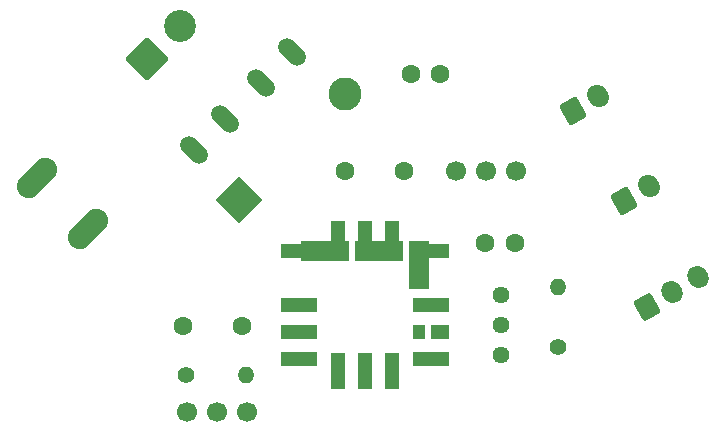
<source format=gbr>
%TF.GenerationSoftware,KiCad,Pcbnew,(6.0.11)*%
%TF.CreationDate,2023-09-02T14:35:36+09:00*%
%TF.ProjectId,psu_board,7073755f-626f-4617-9264-2e6b69636164,rev?*%
%TF.SameCoordinates,Original*%
%TF.FileFunction,Soldermask,Top*%
%TF.FilePolarity,Negative*%
%FSLAX46Y46*%
G04 Gerber Fmt 4.6, Leading zero omitted, Abs format (unit mm)*
G04 Created by KiCad (PCBNEW (6.0.11)) date 2023-09-02 14:35:36*
%MOMM*%
%LPD*%
G01*
G04 APERTURE LIST*
G04 Aperture macros list*
%AMRoundRect*
0 Rectangle with rounded corners*
0 $1 Rounding radius*
0 $2 $3 $4 $5 $6 $7 $8 $9 X,Y pos of 4 corners*
0 Add a 4 corners polygon primitive as box body*
4,1,4,$2,$3,$4,$5,$6,$7,$8,$9,$2,$3,0*
0 Add four circle primitives for the rounded corners*
1,1,$1+$1,$2,$3*
1,1,$1+$1,$4,$5*
1,1,$1+$1,$6,$7*
1,1,$1+$1,$8,$9*
0 Add four rect primitives between the rounded corners*
20,1,$1+$1,$2,$3,$4,$5,0*
20,1,$1+$1,$4,$5,$6,$7,0*
20,1,$1+$1,$6,$7,$8,$9,0*
20,1,$1+$1,$8,$9,$2,$3,0*%
%AMHorizOval*
0 Thick line with rounded ends*
0 $1 width*
0 $2 $3 position (X,Y) of the first rounded end (center of the circle)*
0 $4 $5 position (X,Y) of the second rounded end (center of the circle)*
0 Add line between two ends*
20,1,$1,$2,$3,$4,$5,0*
0 Add two circle primitives to create the rounded ends*
1,1,$1,$2,$3*
1,1,$1,$4,$5*%
%AMRotRect*
0 Rectangle, with rotation*
0 The origin of the aperture is its center*
0 $1 length*
0 $2 width*
0 $3 Rotation angle, in degrees counterclockwise*
0 Add horizontal line*
21,1,$1,$2,0,0,$3*%
%AMOutline4P*
0 Free polygon, 4 corners , with rotation*
0 The origin of the aperture is its center*
0 number of corners: always 4*
0 $1 to $8 corner X, Y*
0 $9 Rotation angle, in degrees counterclockwise*
0 create outline with 4 corners*
4,1,4,$1,$2,$3,$4,$5,$6,$7,$8,$1,$2,$9*%
G04 Aperture macros list end*
%ADD10C,1.600000*%
%ADD11C,1.700000*%
%ADD12Outline4P,-1.500000X-0.600000X1.500000X-0.600000X1.500000X0.600000X-1.500000X0.600000X0.000000*%
%ADD13Outline4P,-2.035000X-0.885000X2.035000X-0.885000X2.035000X0.885000X-2.035000X0.885000X0.000000*%
%ADD14Outline4P,-0.600000X-1.500000X0.600000X-1.500000X0.600000X1.500000X-0.600000X1.500000X0.000000*%
%ADD15Outline4P,-0.885000X-2.035000X0.885000X-2.035000X0.885000X2.035000X-0.885000X2.035000X0.000000*%
%ADD16Outline4P,-0.750000X-0.600000X0.750000X-0.600000X0.750000X0.600000X-0.750000X0.600000X0.000000*%
%ADD17Outline4P,-0.500000X-0.600000X0.500000X-0.600000X0.500000X0.600000X-0.500000X0.600000X0.000000*%
%ADD18RoundRect,0.250000X-0.157115X-0.927868X0.882115X-0.327868X0.157115X0.927868X-0.882115X0.327868X0*%
%ADD19HorizOval,1.700000X-0.062500X0.108253X0.062500X-0.108253X0*%
%ADD20RoundRect,0.250000X-0.144615X-0.949519X0.894615X-0.349519X0.144615X0.949519X-0.894615X0.349519X0*%
%ADD21HorizOval,1.700000X-0.075000X0.129904X0.075000X-0.129904X0*%
%ADD22HorizOval,2.000000X0.707107X0.707107X-0.707107X-0.707107X0*%
%ADD23RotRect,2.800000X2.800000X45.000000*%
%ADD24HorizOval,2.800000X0.000000X0.000000X0.000000X0.000000X0*%
%ADD25C,1.440000*%
%ADD26C,1.400000*%
%ADD27O,1.400000X1.400000*%
%ADD28HorizOval,1.500000X-0.424264X0.424264X0.424264X-0.424264X0*%
%ADD29RoundRect,0.250001X0.000000X-1.555634X1.555634X0.000000X0.000000X1.555634X-1.555634X0.000000X0*%
%ADD30C,2.700000*%
G04 APERTURE END LIST*
D10*
%TO.C,C4*%
X67700000Y-92890000D03*
X62700000Y-92890000D03*
%TD*%
D11*
%TO.C,SW1*%
X49300000Y-113290000D03*
X54380000Y-113290000D03*
X51840000Y-113290000D03*
%TD*%
D12*
%TO.C,U1*%
X58795000Y-104275000D03*
D13*
X60960000Y-99695000D03*
D12*
X58795000Y-99695000D03*
D14*
X62105000Y-98675000D03*
X64395000Y-98675000D03*
D13*
X65540000Y-99695000D03*
D14*
X66685000Y-98675000D03*
D15*
X68995000Y-100840000D03*
D12*
X69995000Y-99695000D03*
X69995000Y-104275000D03*
X69995000Y-108855000D03*
D14*
X64395000Y-109875000D03*
X62105000Y-109875000D03*
D12*
X58795000Y-108855000D03*
X58795000Y-106565000D03*
D16*
X70745000Y-106565000D03*
D14*
X66685000Y-109875000D03*
D17*
X68995000Y-106565000D03*
%TD*%
D10*
%TO.C,C3*%
X70770000Y-84720000D03*
X68270000Y-84720000D03*
%TD*%
D18*
%TO.C,J3*%
X88250437Y-104427337D03*
D19*
X90415501Y-103177337D03*
X92580564Y-101927337D03*
%TD*%
D20*
%TO.C,J2*%
X86284969Y-95420337D03*
D21*
X88450033Y-94170337D03*
%TD*%
D22*
%TO.C,SW2*%
X40894000Y-97790000D03*
X36651359Y-93547359D03*
%TD*%
D23*
%TO.C,D1*%
X53749872Y-95400129D03*
D24*
X62730128Y-86419873D03*
%TD*%
D25*
%TO.C,RV1*%
X75900000Y-103440000D03*
X75900000Y-105980000D03*
X75900000Y-108520000D03*
%TD*%
D26*
%TO.C,R1*%
X49250000Y-110150000D03*
D27*
X54330000Y-110150000D03*
%TD*%
D11*
%TO.C,U2*%
X72100000Y-92890000D03*
X77180000Y-92890000D03*
X74640000Y-92890000D03*
%TD*%
D10*
%TO.C,C2*%
X74560000Y-98980000D03*
X77060000Y-98980000D03*
%TD*%
D28*
%TO.C,F1*%
X55600279Y-85469720D03*
X58216574Y-82853425D03*
X52559720Y-88510279D03*
X49943425Y-91126574D03*
%TD*%
D29*
%TO.C,BT1*%
X45901020Y-83451163D03*
D30*
X48701163Y-80651020D03*
%TD*%
D10*
%TO.C,C1*%
X53935000Y-106045000D03*
X48935000Y-106045000D03*
%TD*%
D26*
%TO.C,R2*%
X80740000Y-107850000D03*
D27*
X80740000Y-102770000D03*
%TD*%
D20*
%TO.C,J1*%
X81966969Y-87800337D03*
D21*
X84132033Y-86550337D03*
%TD*%
M02*

</source>
